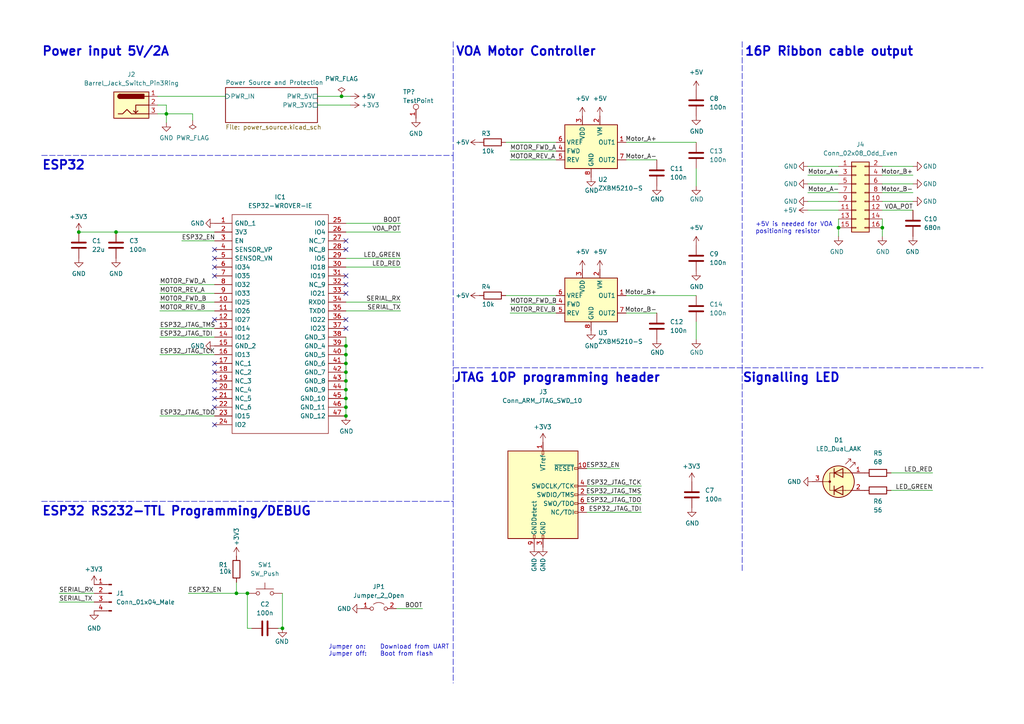
<source format=kicad_sch>
(kicad_sch (version 20211123) (generator eeschema)
  (paper "A4")
  (title_block (title "Voltage Controlled Amplifier (VOA) controller board") (date "2022-10-04") (rev "2.0") (company "Degined by Márk Mihalik"))
  (lib_symbols
    (symbol "Connector:Barrel_Jack_Switch_Pin3Ring" (pin_names hide)
      (property "Reference" "J" (at 0 5.334 0))
      (property "Value" "Barrel_Jack_Switch_Pin3Ring" (at 0 -5.08 0))
      (symbol "Barrel_Jack_Switch_Pin3Ring_0_1"
        (rectangle (start -5.08 3.81) (end 5.08 -3.81) (stroke (width 0.254)) (fill (type background)))
        (arc (start -3.302 3.175) (mid -3.937 2.54) (end -3.302 1.905) (stroke (width 0.254)))
        (arc (start -3.302 3.175) (mid -3.937 2.54) (end -3.302 1.905) (stroke (width 0.254)) (fill (type outline)))
        (polyline (pts (xy 1.27 -2.286) (xy 1.905 -1.651)) (stroke (width 0.254)))
        (polyline (pts (xy 5.08 2.54) (xy 3.81 2.54)) (stroke (width 0.254)))
        (polyline (pts (xy 5.08 0) (xy 1.27 0) (xy 1.27 -2.286) (xy 0.635 -1.651)) (stroke (width 0.254)))
        (polyline (pts (xy -3.81 -2.54) (xy -2.54 -2.54) (xy -1.27 -1.27) (xy 0 -2.54) (xy 2.54 -2.54) (xy 5.08 -2.54)) (stroke (width 0.254)))
        (rectangle (start 3.683 3.175) (end -3.302 1.905) (stroke (width 0.254)) (fill (type outline)))
      )
      (symbol "Barrel_Jack_Switch_Pin3Ring_1_1"
        (pin passive line (at 7.62 2.54 180) (length 2.54) (name "~") (number "1"))
        (pin passive line (at 7.62 0 180) (length 2.54) (name "~") (number "2"))
        (pin passive line (at 7.62 -2.54 180) (length 2.54) (name "~") (number "3"))
      )
    )
    (symbol "Connector:Conn_01x04_Male" (pin_names (offset 1.016) hide)
      (property "Reference" "J" (at 0 5.08 0))
      (property "Value" "Conn_01x04_Male" (at 0 -7.62 0))
      (symbol "Conn_01x04_Male_1_1"
        (polyline (pts (xy 1.27 -5.08) (xy 0.8636 -5.08)) (stroke (width 0.1524)))
        (polyline (pts (xy 1.27 -2.54) (xy 0.8636 -2.54)) (stroke (width 0.1524)))
        (polyline (pts (xy 1.27 0) (xy 0.8636 0)) (stroke (width 0.1524)))
        (polyline (pts (xy 1.27 2.54) (xy 0.8636 2.54)) (stroke (width 0.1524)))
        (rectangle (start 0.8636 -4.953) (end 0 -5.207) (stroke (width 0.1524)) (fill (type outline)))
        (rectangle (start 0.8636 -2.413) (end 0 -2.667) (stroke (width 0.1524)) (fill (type outline)))
        (rectangle (start 0.8636 0.127) (end 0 -0.127) (stroke (width 0.1524)) (fill (type outline)))
        (rectangle (start 0.8636 2.667) (end 0 2.413) (stroke (width 0.1524)) (fill (type outline)))
        (pin passive line (at 5.08 2.54 180) (length 3.81) (name "Pin_1") (number "1"))
        (pin passive line (at 5.08 0 180) (length 3.81) (name "Pin_2") (number "2"))
        (pin passive line (at 5.08 -2.54 180) (length 3.81) (name "Pin_3") (number "3"))
        (pin passive line (at 5.08 -5.08 180) (length 3.81) (name "Pin_4") (number "4"))
      )
    )
    (symbol "Connector:Conn_ARM_JTAG_SWD_10" (pin_names (offset 1.016))
      (property "Reference" "J" (at -2.54 16.51 0))
      (property "Value" "Conn_ARM_JTAG_SWD_10" (at -2.54 13.97 0))
      (symbol "Conn_ARM_JTAG_SWD_10_0_1"
        (rectangle (start -10.16 12.7) (end 10.16 -12.7) (stroke (width 0.254)) (fill (type background)))
        (rectangle (start -2.794 -12.7) (end -2.286 -11.684))
        (rectangle (start -0.254 -12.7) (end 0.254 -11.684))
        (rectangle (start -0.254 12.7) (end 0.254 11.684))
        (rectangle (start 9.144 2.286) (end 10.16 2.794))
        (rectangle (start 10.16 -2.794) (end 9.144 -2.286))
        (rectangle (start 10.16 -0.254) (end 9.144 0.254))
        (rectangle (start 10.16 7.874) (end 9.144 7.366))
      )
      (symbol "Conn_ARM_JTAG_SWD_10_1_1"
        (rectangle (start 9.144 -5.334) (end 10.16 -4.826))
        (pin power_in line (at 0 15.24 270) (length 2.54) (name "VTref") (number "1"))
        (pin open_collector line (at 12.7 7.62 180) (length 2.54) (name "~{RESET}") (number "10"))
        (pin bidirectional line (at 12.7 0 180) (length 2.54) (name "SWDIO/TMS") (number "2"))
        (pin power_in line (at 0 -15.24 90) (length 2.54) (name "GND") (number "3"))
        (pin output line (at 12.7 2.54 180) (length 2.54) (name "SWDCLK/TCK") (number "4"))
        (pin passive line (at 0 -15.24 90) (length 2.54) hide (name "GND") (number "5"))
        (pin input line (at 12.7 -2.54 180) (length 2.54) (name "SWO/TDO") (number "6"))
        (pin no_connect line (at -10.16 0 0) (length 2.54) hide (name "KEY") (number "7"))
        (pin output line (at 12.7 -5.08 180) (length 2.54) (name "NC/TDI") (number "8"))
        (pin passive line (at -2.54 -15.24 90) (length 2.54) (name "GNDDetect") (number "9"))
      )
    )
    (symbol "Connector:TestPoint" (pin_names (offset 0.762) hide)
      (property "Reference" "TP" (at 0 6.858 0))
      (property "Value" "TestPoint" (at 0 5.08 0))
      (symbol "TestPoint_0_1"
        (circle (center 0 3.302) (radius 0.762))
      )
      (symbol "TestPoint_1_1"
        (pin passive line (at 0 0 90) (length 2.54) (name "1") (number "1"))
      )
    )
    (symbol "Connector_Generic:Conn_02x08_Odd_Even" (pin_names (offset 1.016) hide)
      (property "Reference" "J" (at 1.27 10.16 0))
      (property "Value" "Conn_02x08_Odd_Even" (at 1.27 -12.7 0))
      (symbol "Conn_02x08_Odd_Even_1_1"
        (rectangle (start -1.27 -10.033) (end 0 -10.287) (stroke (width 0.1524)))
        (rectangle (start -1.27 -7.493) (end 0 -7.747) (stroke (width 0.1524)))
        (rectangle (start -1.27 -4.953) (end 0 -5.207) (stroke (width 0.1524)))
        (rectangle (start -1.27 -2.413) (end 0 -2.667) (stroke (width 0.1524)))
        (rectangle (start -1.27 0.127) (end 0 -0.127) (stroke (width 0.1524)))
        (rectangle (start -1.27 2.667) (end 0 2.413) (stroke (width 0.1524)))
        (rectangle (start -1.27 5.207) (end 0 4.953) (stroke (width 0.1524)))
        (rectangle (start -1.27 7.747) (end 0 7.493) (stroke (width 0.1524)))
        (rectangle (start -1.27 8.89) (end 3.81 -11.43) (stroke (width 0.254)) (fill (type background)))
        (rectangle (start 3.81 -10.033) (end 2.54 -10.287) (stroke (width 0.1524)))
        (rectangle (start 3.81 -7.493) (end 2.54 -7.747) (stroke (width 0.1524)))
        (rectangle (start 3.81 -4.953) (end 2.54 -5.207) (stroke (width 0.1524)))
        (rectangle (start 3.81 -2.413) (end 2.54 -2.667) (stroke (width 0.1524)))
        (rectangle (start 3.81 0.127) (end 2.54 -0.127) (stroke (width 0.1524)))
        (rectangle (start 3.81 2.667) (end 2.54 2.413) (stroke (width 0.1524)))
        (rectangle (start 3.81 5.207) (end 2.54 4.953) (stroke (width 0.1524)))
        (rectangle (start 3.81 7.747) (end 2.54 7.493) (stroke (width 0.1524)))
        (pin passive line (at -5.08 7.62 0) (length 3.81) (name "Pin_1") (number "1"))
        (pin passive line (at 7.62 -2.54 180) (length 3.81) (name "Pin_10") (number "10"))
        (pin passive line (at -5.08 -5.08 0) (length 3.81) (name "Pin_11") (number "11"))
        (pin passive line (at 7.62 -5.08 180) (length 3.81) (name "Pin_12") (number "12"))
        (pin passive line (at -5.08 -7.62 0) (length 3.81) (name "Pin_13") (number "13"))
        (pin passive line (at 7.62 -7.62 180) (length 3.81) (name "Pin_14") (number "14"))
        (pin passive line (at -5.08 -10.16 0) (length 3.81) (name "Pin_15") (number "15"))
        (pin passive line (at 7.62 -10.16 180) (length 3.81) (name "Pin_16") (number "16"))
        (pin passive line (at 7.62 7.62 180) (length 3.81) (name "Pin_2") (number "2"))
        (pin passive line (at -5.08 5.08 0) (length 3.81) (name "Pin_3") (number "3"))
        (pin passive line (at 7.62 5.08 180) (length 3.81) (name "Pin_4") (number "4"))
        (pin passive line (at -5.08 2.54 0) (length 3.81) (name "Pin_5") (number "5"))
        (pin passive line (at 7.62 2.54 180) (length 3.81) (name "Pin_6") (number "6"))
        (pin passive line (at -5.08 0 0) (length 3.81) (name "Pin_7") (number "7"))
        (pin passive line (at 7.62 0 180) (length 3.81) (name "Pin_8") (number "8"))
        (pin passive line (at -5.08 -2.54 0) (length 3.81) (name "Pin_9") (number "9"))
      )
    )
    (symbol "Device:C" (pin_numbers hide) (pin_names (offset 0.254))
      (property "Reference" "C" (at 0.635 2.54 0))
      (property "Value" "C" (at 0.635 -2.54 0))
      (symbol "C_0_1"
        (polyline (pts (xy -2.032 -0.762) (xy 2.032 -0.762)) (stroke (width 0.508)))
        (polyline (pts (xy -2.032 0.762) (xy 2.032 0.762)) (stroke (width 0.508)))
      )
      (symbol "C_1_1"
        (pin passive line (at 0 3.81 270) (length 2.794) (name "~") (number "1"))
        (pin passive line (at 0 -3.81 90) (length 2.794) (name "~") (number "2"))
      )
    )
    (symbol "Device:LED_Dual_AAK" (pin_names (offset 0) hide)
      (property "Reference" "D" (at 0 5.715 0))
      (property "Value" "LED_Dual_AAK" (at 0 -6.35 0))
      (symbol "LED_Dual_AAK_0_1"
        (circle (center -2.54 0) (radius 0.2794) (fill (type outline)))
        (polyline (pts (xy -4.572 0) (xy -2.54 0)))
        (polyline (pts (xy -1.27 -1.27) (xy -1.27 -3.81)) (stroke (width 0.254)))
        (polyline (pts (xy -1.27 1.27) (xy -1.27 3.81)) (stroke (width 0.254)))
        (polyline (pts (xy 3.81 -2.54) (xy 1.905 -2.54)))
        (polyline (pts (xy 3.81 2.54) (xy 1.905 2.54)))
        (polyline (pts (xy 1.27 -3.81) (xy 1.27 -1.27) (xy -1.27 -2.54) (xy 1.27 -3.81)) (stroke (width 0.254)))
        (polyline (pts (xy 1.27 1.27) (xy 1.27 3.81) (xy -1.27 2.54) (xy 1.27 1.27)) (stroke (width 0.254)))
        (polyline (pts (xy 2.032 2.54) (xy -2.54 2.54) (xy -2.54 -2.54) (xy 2.032 -2.54)))
        (polyline (pts (xy 2.032 5.08) (xy 3.556 6.604) (xy 2.794 6.604) (xy 3.556 6.604) (xy 3.556 5.842)))
        (polyline (pts (xy 3.302 4.064) (xy 4.826 5.588) (xy 4.064 5.588) (xy 4.826 5.588) (xy 4.826 4.826)))
        (circle (center 0 0) (radius 4.572) (stroke (width 0.254)) (fill (type background)))
      )
      (symbol "LED_Dual_AAK_1_1"
        (pin input line (at 7.62 2.54 180) (length 3.81) (name "A1") (number "1"))
        (pin input line (at 7.62 -2.54 180) (length 3.81) (name "A2") (number "2"))
        (pin input line (at -7.62 0 0) (length 3.048) (name "K") (number "3"))
      )
    )
    (symbol "Device:R" (pin_numbers hide) (pin_names (offset 0))
      (property "Reference" "R" (at 2.032 0 90))
      (property "Value" "R" (at 0 0 90))
      (symbol "R_0_1"
        (rectangle (start -1.016 -2.54) (end 1.016 2.54) (stroke (width 0.254)))
      )
      (symbol "R_1_1"
        (pin passive line (at 0 3.81 270) (length 1.27) (name "~") (number "1"))
        (pin passive line (at 0 -3.81 90) (length 1.27) (name "~") (number "2"))
      )
    )
    (symbol "Driver_Motor:ZXBM5210-S"
      (property "Reference" "U" (at -7.62 8.89 0))
      (property "Value" "ZXBM5210-S" (at 10.16 8.89 0))
      (symbol "ZXBM5210-S_0_0"
        (pin output line (at 10.16 2.54 180) (length 2.54) (name "OUT1") (number "1"))
        (pin power_in line (at 2.54 10.16 270) (length 2.54) (name "VM") (number "2"))
        (pin power_in line (at -2.54 10.16 270) (length 2.54) (name "VDD") (number "3"))
        (pin input line (at -10.16 0 0) (length 2.54) (name "FWD") (number "4"))
        (pin input line (at -10.16 -2.54 0) (length 2.54) (name "REV") (number "5"))
        (pin input line (at -10.16 2.54 0) (length 2.54) (name "VREF") (number "6"))
        (pin output line (at 10.16 -2.54 180) (length 2.54) (name "OUT2") (number "7"))
        (pin power_in line (at 0 -7.62 90) (length 2.54) (name "GND") (number "8"))
      )
      (symbol "ZXBM5210-S_0_1"
        (rectangle (start -7.62 7.62) (end 7.62 -5.08) (stroke (width 0.254)) (fill (type background)))
      )
    )
    (symbol "ESP32-WROVER-IE:ESP32-WROVER-IE" (pin_names (offset 0.762))
      (property "Reference" "IC" (at 34.29 7.62 0))
      (property "Value" "ESP32-WROVER-IE" (at 34.29 5.08 0))
      (symbol "ESP32-WROVER-IE_0_0"
        (pin passive line (at 0 0 0) (length 5.08) (name "GND_1") (number "1"))
        (pin passive line (at 0 -22.86 0) (length 5.08) (name "IO25") (number "10"))
        (pin passive line (at 0 -25.4 0) (length 5.08) (name "IO26") (number "11"))
        (pin passive line (at 0 -27.94 0) (length 5.08) (name "IO27") (number "12"))
        (pin passive line (at 0 -30.48 0) (length 5.08) (name "IO14") (number "13"))
        (pin passive line (at 0 -33.02 0) (length 5.08) (name "IO12") (number "14"))
        (pin passive line (at 0 -35.56 0) (length 5.08) (name "GND_2") (number "15"))
        (pin passive line (at 0 -38.1 0) (length 5.08) (name "IO13") (number "16"))
        (pin passive line (at 0 -40.64 0) (length 5.08) (name "NC_1") (number "17"))
        (pin passive line (at 0 -43.18 0) (length 5.08) (name "NC_2") (number "18"))
        (pin passive line (at 0 -45.72 0) (length 5.08) (name "NC_3") (number "19"))
        (pin passive line (at 0 -2.54 0) (length 5.08) (name "3V3") (number "2"))
        (pin passive line (at 0 -48.26 0) (length 5.08) (name "NC_4") (number "20"))
        (pin passive line (at 0 -50.8 0) (length 5.08) (name "NC_5") (number "21"))
        (pin passive line (at 0 -53.34 0) (length 5.08) (name "NC_6") (number "22"))
        (pin passive line (at 0 -55.88 0) (length 5.08) (name "IO15") (number "23"))
        (pin passive line (at 0 -58.42 0) (length 5.08) (name "IO2") (number "24"))
        (pin passive line (at 38.1 0 180) (length 5.08) (name "IO0") (number "25"))
        (pin passive line (at 38.1 -2.54 180) (length 5.08) (name "IO4") (number "26"))
        (pin passive line (at 38.1 -5.08 180) (length 5.08) (name "NC_7") (number "27"))
        (pin passive line (at 38.1 -7.62 180) (length 5.08) (name "NC_8") (number "28"))
        (pin passive line (at 38.1 -10.16 180) (length 5.08) (name "IO5") (number "29"))
        (pin passive line (at 0 -5.08 0) (length 5.08) (name "EN") (number "3"))
        (pin passive line (at 38.1 -12.7 180) (length 5.08) (name "IO18") (number "30"))
        (pin passive line (at 38.1 -15.24 180) (length 5.08) (name "IO19") (number "31"))
        (pin passive line (at 38.1 -17.78 180) (length 5.08) (name "NC_9") (number "32"))
        (pin passive line (at 38.1 -20.32 180) (length 5.08) (name "IO21") (number "33"))
        (pin passive line (at 38.1 -22.86 180) (length 5.08) (name "RXD0") (number "34"))
        (pin passive line (at 38.1 -25.4 180) (length 5.08) (name "TXD0") (number "35"))
        (pin passive line (at 38.1 -27.94 180) (length 5.08) (name "IO22") (number "36"))
        (pin passive line (at 38.1 -30.48 180) (length 5.08) (name "IO23") (number "37"))
        (pin passive line (at 38.1 -33.02 180) (length 5.08) (name "GND_3") (number "38"))
        (pin passive line (at 38.1 -35.56 180) (length 5.08) (name "GND_4") (number "39"))
        (pin passive line (at 0 -7.62 0) (length 5.08) (name "SENSOR_VP") (number "4"))
        (pin passive line (at 38.1 -38.1 180) (length 5.08) (name "GND_5") (number "40"))
        (pin passive line (at 38.1 -40.64 180) (length 5.08) (name "GND_6") (number "41"))
        (pin passive line (at 38.1 -43.18 180) (length 5.08) (name "GND_7") (number "42"))
        (pin passive line (at 38.1 -45.72 180) (length 5.08) (name "GND_8") (number "43"))
        (pin passive line (at 38.1 -48.26 180) (length 5.08) (name "GND_9") (number "44"))
        (pin passive line (at 38.1 -50.8 180) (length 5.08) (name "GND_10") (number "45"))
        (pin passive line (at 38.1 -53.34 180) (length 5.08) (name "GND_11") (number "46"))
        (pin passive line (at 38.1 -55.88 180) (length 5.08) (name "GND_12") (number "47"))
        (pin passive line (at 0 -10.16 0) (length 5.08) (name "SENSOR_VN") (number "5"))
        (pin passive line (at 0 -12.7 0) (length 5.08) (name "IO34") (number "6"))
        (pin passive line (at 0 -15.24 0) (length 5.08) (name "IO35") (number "7"))
        (pin passive line (at 0 -17.78 0) (length 5.08) (name "IO32") (number "8"))
        (pin passive line (at 0 -20.32 0) (length 5.08) (name "IO33") (number "9"))
      )
      (symbol "ESP32-WROVER-IE_0_1"
        (polyline (pts (xy 5.08 2.54) (xy 33.02 2.54) (xy 33.02 -60.96) (xy 5.08 -60.96) (xy 5.08 2.54)) (stroke (width 0.1524)))
      )
    )
    (symbol "Jumper:Jumper_2_Open" (pin_names (offset 0) hide)
      (property "Reference" "JP" (at 0 2.794 0))
      (property "Value" "Jumper_2_Open" (at 0 -2.286 0))
      (symbol "Jumper_2_Open_0_0"
        (circle (center -2.032 0) (radius 0.508))
        (circle (center 2.032 0) (radius 0.508))
      )
      (symbol "Jumper_2_Open_0_1"
        (arc (start 1.524 1.27) (mid 0 1.778) (end -1.524 1.27))
      )
      (symbol "Jumper_2_Open_1_1"
        (pin passive line (at -5.08 0 0) (length 2.54) (name "A") (number "1"))
        (pin passive line (at 5.08 0 180) (length 2.54) (name "B") (number "2"))
      )
    )
    (symbol "Switch:SW_Push" (pin_numbers hide) (pin_names (offset 1.016) hide)
      (property "Reference" "SW" (at 1.27 2.54 0))
      (property "Value" "SW_Push" (at 0 -1.524 0))
      (symbol "SW_Push_0_1"
        (circle (center -2.032 0) (radius 0.508))
        (polyline (pts (xy 0 1.27) (xy 0 3.048)))
        (polyline (pts (xy 2.54 1.27) (xy -2.54 1.27)))
        (circle (center 2.032 0) (radius 0.508))
        (pin passive line (at -5.08 0 0) (length 2.54) (name "1") (number "1"))
        (pin passive line (at 5.08 0 180) (length 2.54) (name "2") (number "2"))
      )
    )
    (symbol "power:+3V3" (power) (pin_names (offset 0))
      (property "Value" "+3V3" (at 0 3.556 0))
      (symbol "+3V3_0_1"
        (polyline (pts (xy -0.762 1.27) (xy 0 2.54)))
        (polyline (pts (xy 0 0) (xy 0 2.54)))
        (polyline (pts (xy 0 2.54) (xy 0.762 1.27)))
      )
      (symbol "+3V3_1_1"
        (pin power_in line (at 0 0 90) (length 0) hide (name "+3V3") (number "1"))
      )
    )
    (symbol "power:+5V" (power) (pin_names (offset 0))
      (property "Value" "+5V" (at 0 3.556 0))
      (symbol "+5V_0_1"
        (polyline (pts (xy -0.762 1.27) (xy 0 2.54)))
        (polyline (pts (xy 0 0) (xy 0 2.54)))
        (polyline (pts (xy 0 2.54) (xy 0.762 1.27)))
      )
      (symbol "+5V_1_1"
        (pin power_in line (at 0 0 90) (length 0) hide (name "+5V") (number "1"))
      )
    )
    (symbol "power:GND" (power) (pin_names (offset 0))
      (property "Value" "GND" (at 0 -3.81 0))
      (symbol "GND_0_1"
        (polyline (pts (xy 0 0) (xy 0 -1.27) (xy 1.27 -1.27) (xy 0 -2.54) (xy -1.27 -1.27) (xy 0 -1.27)))
      )
      (symbol "GND_1_1"
        (pin power_in line (at 0 0 270) (length 0) hide (name "GND") (number "1"))
      )
    )
    (symbol "power:PWR_FLAG" (power) (pin_numbers hide) (pin_names (offset 0) hide)
      (property "Value" "PWR_FLAG" (at 0 3.81 0))
      (symbol "PWR_FLAG_0_0"
        (pin power_out line (at 0 0 90) (length 0) (name "pwr") (number "1"))
      )
      (symbol "PWR_FLAG_0_1"
        (polyline (pts (xy 0 0) (xy 0 1.27) (xy -1.016 1.905) (xy 0 2.54) (xy 1.016 1.905) (xy 0 1.27)))
      )
    )
  )
  (junction (at 100.33 120.65))
  (junction (at 243.205 66.04))
  (junction (at 100.33 110.49))
  (junction (at 255.905 66.04))
  (junction (at 81.915 182.245))
  (junction (at 100.33 113.03))
  (junction (at 33.655 67.31))
  (junction (at 22.86 67.31))
  (junction (at 68.58 172.085))
  (junction (at 100.33 118.11))
  (junction (at 100.33 105.41))
  (junction (at 99.06 27.94))
  (junction (at 48.26 33.02))
  (junction (at 100.33 100.33))
  (junction (at 100.33 107.95))
  (junction (at 100.33 115.57))
  (junction (at 100.33 102.87))
  (junction (at 71.755 172.085))
  (no_connect (at 62.23 118.11))
  (no_connect (at 100.33 80.01))
  (no_connect (at 62.23 113.03))
  (no_connect (at 100.33 85.09))
  (no_connect (at 100.33 72.39))
  (no_connect (at 62.23 110.49))
  (no_connect (at 62.23 105.41))
  (no_connect (at 62.23 80.01))
  (no_connect (at 62.23 77.47))
  (no_connect (at 100.33 82.55))
  (no_connect (at 62.23 107.95))
  (no_connect (at 62.23 123.19))
  (no_connect (at 62.23 92.71))
  (no_connect (at 100.33 95.25))
  (no_connect (at 62.23 74.93))
  (no_connect (at 100.33 69.85))
  (no_connect (at 62.23 72.39))
  (no_connect (at 100.33 92.71))
  (no_connect (at 62.23 115.57))
  (wire (pts (xy 80.645 182.245) (xy 81.915 182.245)))
  (wire (pts (xy 46.355 90.17) (xy 62.23 90.17)))
  (wire (pts (xy 170.18 135.89) (xy 179.705 135.89)))
  (wire (pts (xy 116.205 77.47) (xy 100.33 77.47)))
  (wire (pts (xy 100.33 87.63) (xy 116.205 87.63)))
  (wire (pts (xy 186.055 146.05) (xy 170.18 146.05)))
  (wire (pts (xy 81.915 182.245) (xy 81.915 172.085)))
  (wire (pts (xy 258.445 137.16) (xy 270.51 137.16)))
  (wire (pts (xy 243.205 68.58) (xy 243.205 66.04)))
  (wire (pts (xy 17.145 174.625) (xy 27.305 174.625)))
  (wire (pts (xy 48.26 33.02) (xy 48.26 30.48)))
  (wire (pts (xy 255.905 68.58) (xy 255.905 66.04)))
  (polyline (pts (xy 131.445 45.085) (xy 131.445 145.415)))
  (wire (pts (xy 100.33 118.11) (xy 100.33 120.65)))
  (wire (pts (xy 243.205 60.96) (xy 234.315 60.96)))
  (wire (pts (xy 45.72 33.02) (xy 48.26 33.02)))
  (wire (pts (xy 146.685 85.725) (xy 161.29 85.725)))
  (wire (pts (xy 68.58 172.085) (xy 71.755 172.085)))
  (wire (pts (xy 68.58 168.91) (xy 68.58 172.085)))
  (polyline (pts (xy 131.445 106.68) (xy 285.115 106.68)))
  (wire (pts (xy 147.955 43.815) (xy 161.29 43.815)))
  (wire (pts (xy 17.145 172.085) (xy 27.305 172.085)))
  (wire (pts (xy 264.795 53.34) (xy 255.905 53.34)))
  (wire (pts (xy 243.205 63.5) (xy 243.205 66.04)))
  (wire (pts (xy 92.075 30.48) (xy 101.6 30.48)))
  (wire (pts (xy 161.29 90.805) (xy 147.955 90.805)))
  (wire (pts (xy 46.355 95.25) (xy 62.23 95.25)))
  (wire (pts (xy 71.755 182.245) (xy 71.755 172.085)))
  (wire (pts (xy 52.705 69.85) (xy 62.23 69.85)))
  (wire (pts (xy 100.33 113.03) (xy 100.33 115.57)))
  (wire (pts (xy 100.33 115.57) (xy 100.33 118.11)))
  (wire (pts (xy 234.315 48.26) (xy 243.205 48.26)))
  (wire (pts (xy 48.26 35.56) (xy 48.26 33.02)))
  (wire (pts (xy 100.33 97.79) (xy 100.33 100.33)))
  (wire (pts (xy 255.905 50.8) (xy 264.795 50.8)))
  (wire (pts (xy 181.61 46.355) (xy 190.5 46.355)))
  (wire (pts (xy 147.955 46.355) (xy 161.29 46.355)))
  (wire (pts (xy 186.055 148.59) (xy 170.18 148.59)))
  (wire (pts (xy 255.905 55.88) (xy 264.795 55.88)))
  (wire (pts (xy 100.33 64.77) (xy 116.205 64.77)))
  (wire (pts (xy 46.355 102.87) (xy 62.23 102.87)))
  (wire (pts (xy 186.055 140.97) (xy 170.18 140.97)))
  (wire (pts (xy 92.075 27.94) (xy 99.06 27.94)))
  (wire (pts (xy 234.315 53.34) (xy 243.205 53.34)))
  (wire (pts (xy 46.355 97.79) (xy 62.23 97.79)))
  (wire (pts (xy 54.61 172.085) (xy 68.58 172.085)))
  (polyline (pts (xy 131.445 12.065) (xy 131.445 45.085)))
  (wire (pts (xy 73.025 182.245) (xy 71.755 182.245)))
  (wire (pts (xy 101.6 27.94) (xy 99.06 27.94)))
  (polyline (pts (xy 12.065 145.415) (xy 131.445 145.415)))
  (polyline (pts (xy 131.445 145.415) (xy 131.445 198.12)))
  (wire (pts (xy 100.33 90.17) (xy 116.205 90.17)))
  (wire (pts (xy 114.935 176.53) (xy 122.555 176.53)))
  (wire (pts (xy 100.33 67.31) (xy 116.205 67.31)))
  (wire (pts (xy 243.205 55.88) (xy 234.315 55.88)))
  (wire (pts (xy 45.72 27.94) (xy 65.405 27.94)))
  (wire (pts (xy 46.355 82.55) (xy 62.23 82.55)))
  (wire (pts (xy 181.61 90.805) (xy 190.5 90.805)))
  (wire (pts (xy 201.93 93.345) (xy 201.93 98.425)))
  (wire (pts (xy 243.205 50.8) (xy 234.315 50.8)))
  (wire (pts (xy 100.33 110.49) (xy 100.33 113.03)))
  (wire (pts (xy 264.795 48.26) (xy 255.905 48.26)))
  (wire (pts (xy 258.445 142.24) (xy 270.51 142.24)))
  (wire (pts (xy 48.26 33.02) (xy 55.88 33.02)))
  (wire (pts (xy 264.795 58.42) (xy 255.905 58.42)))
  (wire (pts (xy 46.355 85.09) (xy 62.23 85.09)))
  (wire (pts (xy 46.355 120.65) (xy 62.23 120.65)))
  (wire (pts (xy 33.655 67.31) (xy 62.23 67.31)))
  (wire (pts (xy 181.61 41.275) (xy 201.93 41.275)))
  (wire (pts (xy 161.29 88.265) (xy 147.955 88.265)))
  (wire (pts (xy 100.33 105.41) (xy 100.33 107.95)))
  (wire (pts (xy 186.055 143.51) (xy 170.18 143.51)))
  (wire (pts (xy 100.33 102.87) (xy 100.33 105.41)))
  (wire (pts (xy 45.72 30.48) (xy 48.26 30.48)))
  (polyline (pts (xy 215.265 106.68) (xy 215.265 165.735)))
  (wire (pts (xy 100.33 74.93) (xy 116.205 74.93)))
  (wire (pts (xy 100.33 107.95) (xy 100.33 110.49)))
  (wire (pts (xy 255.905 63.5) (xy 255.905 66.04)))
  (polyline (pts (xy 215.265 12.065) (xy 215.265 106.68)))
  (polyline (pts (xy 12.065 45.085) (xy 131.445 45.085)))
  (wire (pts (xy 62.23 87.63) (xy 46.355 87.63)))
  (wire (pts (xy 264.795 60.96) (xy 255.905 60.96)))
  (wire (pts (xy 55.88 33.02) (xy 55.88 34.925)))
  (wire (pts (xy 22.86 67.31) (xy 33.655 67.31)))
  (wire (pts (xy 146.685 41.275) (xy 161.29 41.275)))
  (wire (pts (xy 234.315 58.42) (xy 243.205 58.42)))
  (wire (pts (xy 100.33 100.33) (xy 100.33 102.87)))
  (wire (pts (xy 201.93 48.895) (xy 201.93 53.975)))
  (wire (pts (xy 181.61 85.725) (xy 201.93 85.725)))
  (text "JTAG 10P programming header" (at 131.445 111.125 0) (effects (font (size 2.54 2.54) (thickness 0.508) bold) (justify left bottom)))
  (text "ESP32\n" (at 12.065 49.53 0) (effects (font (size 2.54 2.54) (thickness 0.508) bold) (justify left bottom)))
  (text "16P Ribbon cable output" (at 215.9 16.51 0) (effects (font (size 2.54 2.54) (thickness 0.508) bold) (justify left bottom)))
  (text "VOA Motor Controller" (at 132.08 16.51 0) (effects (font (size 2.54 2.54) (thickness 0.508) bold) (justify left bottom)))
  (text "ESP32 RS232-TTL Programming/DEBUG" (at 12.065 149.86 0) (effects (font (size 2.54 2.54) (thickness 0.508) bold) (justify left bottom)))
  (text "Signalling LED" (at 215.265 111.125 0) (effects (font (size 2.54 2.54) (thickness 0.508) bold) (justify left bottom)))
  (text "Jumper on:	Download from UART\nJumper off:	Boot from flash" (at 95.25 190.5 0) (effects (font (size 1.27 1.27)) (justify left bottom)))
  (text "Power input 5V/2A" (at 12.065 16.51 0) (effects (font (size 2.54 2.54) (thickness 0.508) bold) (justify left bottom)))
  (text "+5V is needed for VOA\npositioning resistor" (at 219.075 67.945 0) (effects (font (size 1.27 1.27)) (justify left bottom)))
  (label "LED_GREEN" (at 270.51 142.24 180))
  (label "MOTOR_REV_B" (at 46.355 90.17 0))
  (label "ESP32_JTAG_TMS" (at 46.355 95.25 0))
  (label "ESP32_EN" (at 54.61 172.085 0))
  (label "BOOT" (at 116.205 64.77 180))
  (label "LED_RED" (at 116.205 77.47 180))
  (label "SERIAL_TX" (at 116.205 90.17 180))
  (label "SERIAL_RX" (at 116.205 87.63 180))
  (label "Motor_A+" (at 234.315 50.8 0))
  (label "ESP32_EN" (at 179.705 135.89 180))
  (label "MOTOR_REV_A" (at 46.355 85.09 0))
  (label "LED_RED" (at 270.51 137.16 180))
  (label "Motor_B+" (at 190.5 85.725 180))
  (label "ESP32_JTAG_TDO" (at 46.355 120.65 0))
  (label "ESP32_JTAG_TDI" (at 46.355 97.79 0))
  (label "Motor_A-" (at 190.5 46.355 180))
  (label "ESP32_JTAG_TMS" (at 186.055 143.51 180))
  (label "Motor_A+" (at 190.5 41.275 180))
  (label "Motor_B+" (at 264.795 50.8 180))
  (label "Motor_B-" (at 190.5 90.805 180))
  (label "MOTOR_FWD_A" (at 46.355 82.55 0))
  (label "ESP32_JTAG_TDI" (at 186.055 148.59 180))
  (label "ESP32_JTAG_TDO" (at 186.055 146.05 180))
  (label "Motor_A-" (at 234.315 55.88 0))
  (label "VOA_POT" (at 116.205 67.31 180))
  (label "MOTOR_REV_A" (at 147.955 46.355 0))
  (label "BOOT" (at 122.555 176.53 180))
  (label "MOTOR_FWD_B" (at 46.355 87.63 0))
  (label "SERIAL_TX" (at 17.145 174.625 0))
  (label "ESP32_JTAG_TCK" (at 186.055 140.97 180))
  (label "MOTOR_REV_B" (at 147.955 90.805 0))
  (label "Motor_B-" (at 264.795 55.88 180))
  (label "MOTOR_FWD_B" (at 147.955 88.265 0))
  (label "SERIAL_RX" (at 17.145 172.085 0))
  (label "MOTOR_FWD_A" (at 147.955 43.815 0))
  (label "VOA_POT" (at 264.795 60.96 180))
  (label "ESP32_JTAG_TCK" (at 46.355 102.87 0))
  (label "ESP32_EN" (at 52.705 69.85 0))
  (label "LED_GREEN" (at 116.205 74.93 180))
  (symbol (lib_id "power:+5V") (at 201.93 71.12 0) (unit 1)
    (property "Reference" "#PWR032" (effects hide))
    (property "Value" "+5V" (at 201.93 66.04 0))
  )
  (symbol (lib_id "power:GND") (at 157.48 158.75 0) (unit 1)
    (property "Reference" "#PWR021" (effects hide))
    (property "Value" "GND" (at 157.48 163.83 90))
  )
  (symbol (lib_id "power:GND") (at 120.65 34.29 0) (unit 1)
    (property "Reference" "#PWR?" (effects hide))
    (property "Value" "GND" (at 120.65 38.735 0))
  )
  (symbol (lib_id "Device:C") (at 76.835 182.245 270) (mirror x) (unit 1)
    (property "Reference" "C2" (at 76.835 175.26 90))
    (property "Value" "100n" (at 76.835 177.8 90))
    (property "Footprint" "Capacitor_SMD:C_0805_2012Metric_Pad1.18x1.45mm_HandSolder" (effects hide))
    (property "Lomex" "82-13-46" (effects hide))
  )
  (symbol (lib_id "Device:C") (at 190.5 94.615 0) (unit 1)
    (property "Reference" "C12" (at 194.31 93.3449 0) (effects (justify left)))
    (property "Value" "100n" (at 194.31 95.8849 0) (effects (justify left)))
    (property "Footprint" "Capacitor_SMD:C_0805_2012Metric_Pad1.18x1.45mm_HandSolder" (effects hide))
    (property "Lomex" "82-13-46" (effects hide))
  )
  (symbol (lib_id "power:GND") (at 200.66 147.32 0) (unit 1)
    (property "Reference" "#PWR029" (effects hide))
    (property "Value" "GND" (at 198.755 151.765 0) (effects (justify left)))
  )
  (symbol (lib_id "power:GND") (at 234.315 48.26 270) (unit 1)
    (property "Reference" "#PWR035" (effects hide))
    (property "Value" "GND" (at 227.33 48.26 90) (effects (justify left)))
  )
  (symbol (lib_id "power:GND") (at 201.93 98.425 0) (unit 1)
    (property "Reference" "#PWR048" (effects hide))
    (property "Value" "GND" (at 200.025 102.235 0) (effects (justify left)))
  )
  (symbol (lib_id "power:GND") (at 201.93 53.975 0) (unit 1)
    (property "Reference" "#PWR047" (effects hide))
    (property "Value" "GND" (at 200.025 57.785 0) (effects (justify left)))
  )
  (symbol (lib_id "power:GND") (at 201.93 78.74 0) (unit 1)
    (property "Reference" "#PWR033" (effects hide))
    (property "Value" "GND" (at 200.025 83.185 0) (effects (justify left)))
  )
  (symbol (lib_id "power:GND") (at 264.795 48.26 90) (unit 1)
    (property "Reference" "#PWR041" (effects hide))
    (property "Value" "GND" (at 271.78 48.26 90) (effects (justify left)))
  )
  (symbol (lib_id "power:GND") (at 62.23 64.77 270) (unit 1)
    (property "Reference" "#PWR09" (effects hide))
    (property "Value" "GND" (at 55.245 64.77 90) (effects (justify left)))
  )
  (symbol (lib_id "Driver_Motor:ZXBM5210-S") (at 171.45 88.265 0) (unit 1)
    (property "Reference" "U3" (at 173.4694 96.52 0) (effects (justify left)))
    (property "Value" "ZXBM5210-S" (at 173.4694 99.06 0) (effects (justify left)))
    (property "Footprint" "Package_SO:SOIC-8_3.9x4.9mm_P1.27mm" (effects hide))
    (property "Datasheet" "https://www.diodes.com/assets/Datasheets/ZXBM5210.pdf" (effects hide))
    (property "Mouser" "621-ZXBM5210-S-13" (effects hide))
  )
  (symbol (lib_id "Device:C") (at 201.93 45.085 0) (unit 1)
    (property "Reference" "C13" (at 205.74 43.8149 0) (effects (justify left)))
    (property "Value" "100n" (at 205.74 46.3549 0) (effects (justify left)))
    (property "Footprint" "Capacitor_SMD:C_0805_2012Metric_Pad1.18x1.45mm_HandSolder" (effects hide))
    (property "Lomex" "82-13-46" (effects hide))
  )
  (symbol (lib_id "Device:R") (at 254.635 142.24 90) (unit 1)
    (property "Reference" "R6" (at 254.635 145.415 90))
    (property "Value" "56" (at 254.635 147.955 90))
    (property "Footprint" "Resistor_SMD:R_0805_2012Metric_Pad1.20x1.40mm_HandSolder" (effects hide))
    (property "Lomex" "80-10-71" (effects hide))
  )
  (symbol (lib_id "power:GND") (at 264.795 68.58 0) (mirror y) (unit 1)
    (property "Reference" "#PWR038" (effects hide))
    (property "Value" "GND" (at 266.7 73.025 0) (effects (justify left)))
  )
  (symbol (lib_id "Device:C") (at 201.93 29.845 0) (unit 1)
    (property "Reference" "C8" (at 205.74 28.5749 0) (effects (justify left)))
    (property "Value" "100n" (at 205.74 31.1149 0) (effects (justify left)))
    (property "Footprint" "Capacitor_SMD:C_0805_2012Metric_Pad1.18x1.45mm_HandSolder" (effects hide))
    (property "Lomex" "82-13-46" (effects hide))
  )
  (symbol (lib_id "power:+5V") (at 168.91 33.655 0) (unit 1)
    (property "Reference" "#PWR022" (effects hide))
    (property "Value" "+5V" (at 168.91 28.575 0))
  )
  (symbol (lib_id "power:GND") (at 171.45 95.885 0) (unit 1)
    (property "Reference" "#PWR025" (effects hide))
    (property "Value" "GND" (at 169.545 100.33 0) (effects (justify left)))
  )
  (symbol (lib_id "power:+3V3") (at 22.86 67.31 0) (unit 1)
    (property "Reference" "#PWR01" (effects hide))
    (property "Value" "+3V3" (at 25.4 62.865 0) (effects (justify right)))
  )
  (symbol (lib_id "power:+3V3") (at 101.6 30.48 270) (unit 1)
    (property "Reference" "#PWR0103" (effects hide))
    (property "Value" "+3V3" (at 104.775 30.4799 90) (effects (justify left)))
  )
  (symbol (lib_id "power:GND") (at 190.5 98.425 0) (unit 1)
    (property "Reference" "#PWR046" (effects hide))
    (property "Value" "GND" (at 188.595 102.235 0) (effects (justify left)))
  )
  (symbol (lib_id "power:GND") (at 154.94 158.75 0) (unit 1)
    (property "Reference" "#PWR019" (effects hide))
    (property "Value" "GND" (at 154.94 163.83 90))
  )
  (symbol (lib_id "power:GND") (at 27.305 177.165 0) (unit 1)
    (property "Reference" "#PWR06" (effects hide))
    (property "Value" "GND" (at 27.305 182.245 0))
  )
  (symbol (lib_id "Device:R") (at 254.635 137.16 90) (unit 1)
    (property "Reference" "R5" (at 254.635 131.445 90))
    (property "Value" "68" (at 254.635 133.985 90))
    (property "Footprint" "Resistor_SMD:R_0805_2012Metric_Pad1.20x1.40mm_HandSolder" (effects hide))
    (property "Lomex" "80-56-46" (effects hide))
  )
  (symbol (lib_id "power:GND") (at 62.23 100.33 270) (unit 1)
    (property "Reference" "#PWR010" (effects hide))
    (property "Value" "GND" (at 55.245 100.33 90) (effects (justify left)))
  )
  (symbol (lib_id "power:GND") (at 264.795 53.34 90) (unit 1)
    (property "Reference" "#PWR042" (effects hide))
    (property "Value" "GND" (at 271.78 53.34 90) (effects (justify left)))
  )
  (symbol (lib_id "Connector:Conn_ARM_JTAG_SWD_10") (at 157.48 143.51 0) (unit 1)
    (property "Reference" "J3" (at 158.75 113.665 0) (effects (justify right)))
    (property "Value" "Conn_ARM_JTAG_SWD_10" (at 168.91 116.205 0) (effects (justify right)))
    (property "Footprint" "Connector_PinHeader_1.27mm:PinHeader_2x05_P1.27mm_Vertical_SMD" (effects hide))
    (property "Datasheet" "http://infocenter.arm.com/help/topic/com.arm.doc.ddi0314h/DDI0314H_coresight_components_trm.pdf" (effects hide))
    (property "Lomex" "43-15-33" (effects hide))
  )
  (symbol (lib_id "power:+5V") (at 139.065 85.725 90) (unit 1)
    (property "Reference" "#PWR018" (effects hide))
    (property "Value" "+5V" (at 132.08 85.725 90) (effects (justify right)))
  )
  (symbol (lib_id "power:GND") (at 190.5 53.975 0) (unit 1)
    (property "Reference" "#PWR045" (effects hide))
    (property "Value" "GND" (at 188.595 57.785 0) (effects (justify left)))
  )
  (symbol (lib_id "ESP32-WROVER-IE:ESP32-WROVER-IE") (at 62.23 64.77 0) (unit 1)
    (property "Reference" "IC1" (at 81.28 57.15 0))
    (property "Value" "ESP32-WROVER-IE" (at 81.28 59.69 0))
    (property "Footprint" "ESP32-WROVER-IE:ESP32WROVERIE" (effects hide))
    (property "Datasheet" "https://www.espressif.com/sites/default/files/documentation/esp32-wrover-e_esp32-wrover-ie_datasheet_en.pdf" (effects hide))
    (property "Description" "Bluetooth, WiFi 802.11b/g/n, Bluetooth v4.2 +EDR Transceiver Module 2.4GHz ~{} 2.5GHz Antenna Not Included, I-PEX Surface Mount" (effects hide))
    (property "Height" "3.45" (effects hide))
    (property "Manufacturer_Name" "Espressif Systems" (effects hide))
    (property "Manufacturer_Part_Number" "ESP32-WROVER-IE" (effects hide))
    (property "Mouser" "356-ESP32WVIE23264UC" (effects hide))
  )
  (symbol (lib_id "power:+5V") (at 173.99 78.105 0) (unit 1)
    (property "Reference" "#PWR027" (effects hide))
    (property "Value" "+5V" (at 173.99 73.025 0))
  )
  (symbol (lib_id "power:GND") (at 81.915 182.245 0) (mirror y) (unit 1)
    (property "Reference" "#PWR0101" (effects hide))
    (property "Value" "GND" (at 83.82 186.055 0) (effects (justify left)))
  )
  (symbol (lib_id "power:+5V") (at 201.93 26.035 0) (unit 1)
    (property "Reference" "#PWR030" (effects hide))
    (property "Value" "+5V" (at 201.93 20.955 0))
  )
  (symbol (lib_id "Device:C") (at 201.93 74.93 0) (unit 1)
    (property "Reference" "C9" (at 205.74 73.6599 0) (effects (justify left)))
    (property "Value" "100n" (at 205.74 76.1999 0) (effects (justify left)))
    (property "Footprint" "Capacitor_SMD:C_0805_2012Metric_Pad1.18x1.45mm_HandSolder" (effects hide))
    (property "Lomex" "82-13-46" (effects hide))
  )
  (symbol (lib_id "Device:C") (at 33.655 71.12 0) (unit 1)
    (property "Reference" "C3" (at 37.465 69.8499 0) (effects (justify left)))
    (property "Value" "100n" (at 37.465 72.3899 0) (effects (justify left)))
    (property "Footprint" "Capacitor_SMD:C_0805_2012Metric_Pad1.18x1.45mm_HandSolder" (effects hide))
    (property "Lomex" "82-13-46" (effects hide))
  )
  (symbol (lib_id "Device:C") (at 200.66 143.51 0) (unit 1)
    (property "Reference" "C7" (at 204.47 142.2399 0) (effects (justify left)))
    (property "Value" "100n" (at 204.47 144.7799 0) (effects (justify left)))
    (property "Footprint" "Capacitor_SMD:C_0805_2012Metric_Pad1.18x1.45mm_HandSolder" (effects hide))
    (property "Lomex" "82-13-46" (effects hide))
  )
  (symbol (lib_id "Device:R") (at 142.875 41.275 90) (unit 1)
    (property "Reference" "R3" (at 140.97 38.735 90))
    (property "Value" "10k" (at 141.605 43.815 90))
    (property "Footprint" "Resistor_SMD:R_0805_2012Metric_Pad1.20x1.40mm_HandSolder" (effects hide))
    (property "Lomex" "80-54-49" (effects hide))
  )
  (symbol (lib_id "Device:C") (at 190.5 50.165 0) (unit 1)
    (property "Reference" "C11" (at 194.31 48.8949 0) (effects (justify left)))
    (property "Value" "100n" (at 194.31 51.4349 0) (effects (justify left)))
    (property "Footprint" "Capacitor_SMD:C_0805_2012Metric_Pad1.18x1.45mm_HandSolder" (effects hide))
    (property "Lomex" "82-13-46" (effects hide))
  )
  (symbol (lib_id "power:GND") (at 235.585 139.7 270) (unit 1)
    (property "Reference" "#PWR034" (effects hide))
    (property "Value" "GND" (at 232.41 139.6999 90) (effects (justify right)))
  )
  (symbol (lib_id "Device:R") (at 142.875 85.725 90) (unit 1)
    (property "Reference" "R4" (at 140.97 83.185 90))
    (property "Value" "10k" (at 141.605 88.265 90))
    (property "Footprint" "Resistor_SMD:R_0805_2012Metric_Pad1.20x1.40mm_HandSolder" (effects hide))
    (property "Lomex" "80-54-49" (effects hide))
  )
  (symbol (lib_id "Connector_Generic:Conn_02x08_Odd_Even") (at 248.285 55.88 0) (unit 1)
    (property "Reference" "J4" (at 249.555 41.91 0))
    (property "Value" "Conn_02x08_Odd_Even" (at 249.555 44.45 0))
    (property "Footprint" "Connector_IDC:IDC-Header_2x08_P2.54mm_Latch_Vertical" (effects hide))
    (property "Lomex" "43-01-07" (effects hide))
  )
  (symbol (lib_id "Device:C") (at 201.93 89.535 0) (unit 1)
    (property "Reference" "C14" (at 205.74 88.2649 0) (effects (justify left)))
    (property "Value" "100n" (at 205.74 90.8049 0) (effects (justify left)))
    (property "Footprint" "Capacitor_SMD:C_0805_2012Metric_Pad1.18x1.45mm_HandSolder" (effects hide))
    (property "Lomex" "82-13-46" (effects hide))
  )
  (symbol (lib_id "power:+3V3") (at 68.58 161.29 0) (unit 1)
    (property "Reference" "#PWR0102" (effects hide))
    (property "Value" "+3V3" (at 68.58 153.035 90) (effects (justify right)))
  )
  (symbol (lib_id "power:+5V") (at 168.91 78.105 0) (unit 1)
    (property "Reference" "#PWR023" (effects hide))
    (property "Value" "+5V" (at 168.91 73.025 0))
  )
  (symbol (lib_id "power:GND") (at 48.26 35.56 0) (unit 1)
    (property "Reference" "#PWR08" (effects hide))
    (property "Value" "GND" (at 48.26 40.005 0))
  )
  (symbol (lib_id "power:GND") (at 255.905 68.58 0) (unit 1)
    (property "Reference" "#PWR040" (effects hide))
    (property "Value" "GND" (at 254 73.025 0) (effects (justify left)))
  )
  (symbol (lib_id "power:GND") (at 264.795 58.42 90) (unit 1)
    (property "Reference" "#PWR043" (effects hide))
    (property "Value" "GND" (at 271.78 58.42 90) (effects (justify left)))
  )
  (symbol (lib_id "power:GND") (at 234.315 53.34 270) (unit 1)
    (property "Reference" "#PWR036" (effects hide))
    (property "Value" "GND" (at 227.33 53.34 90) (effects (justify left)))
  )
  (symbol (lib_id "power:+5V") (at 234.315 60.96 90) (unit 1)
    (property "Reference" "#PWR044" (effects hide))
    (property "Value" "+5V" (at 231.14 60.9599 90) (effects (justify left)))
  )
  (symbol (lib_id "power:GND") (at 33.655 74.93 0) (unit 1)
    (property "Reference" "#PWR07" (effects hide))
    (property "Value" "GND" (at 33.655 79.375 0))
  )
  (symbol (lib_id "Device:LED_Dual_AAK") (at 243.205 139.7 0) (unit 1)
    (property "Reference" "D1" (at 243.2685 127.635 0))
    (property "Value" "LED_Dual_AAK" (at 243.2685 130.175 0))
    (property "Footprint" "Package_TO_SOT_SMD:SOT-23" (effects hide))
    (property "Lomex" "95-00-13" (effects hide))
  )
  (symbol (lib_id "Jumper:Jumper_2_Open") (at 109.855 176.53 0) (unit 1)
    (property "Reference" "JP1" (at 109.855 170.18 0))
    (property "Value" "Jumper_2_Open" (at 109.855 172.72 0))
    (property "Footprint" "Connector_PinHeader_2.54mm:PinHeader_1x02_P2.54mm_Vertical" (effects hide))
  )
  (symbol (lib_id "power:GND") (at 100.33 120.65 0) (unit 1)
    (property "Reference" "#PWR013" (effects hide))
    (property "Value" "GND" (at 98.425 125.095 0) (effects (justify left)))
  )
  (symbol (lib_id "power:+3V3") (at 200.66 139.7 0) (unit 1)
    (property "Reference" "#PWR028" (effects hide))
    (property "Value" "+3V3" (at 203.2 135.255 0) (effects (justify right)))
  )
  (symbol (lib_id "power:PWR_FLAG") (at 55.88 34.925 180) (unit 1)
    (property "Reference" "#FLG0101" (effects hide))
    (property "Value" "PWR_FLAG" (at 55.88 40.005 0))
  )
  (symbol (lib_id "Device:R") (at 68.58 165.1 180) (unit 1)
    (property "Reference" "R1" (at 64.77 163.83 0))
    (property "Value" "10k" (at 65.405 165.735 0))
    (property "Footprint" "Resistor_SMD:R_0805_2012Metric_Pad1.20x1.40mm_HandSolder" (effects hide))
    (property "Lomex" "80-54-49" (effects hide))
  )
  (symbol (lib_id "Device:C") (at 22.86 71.12 0) (unit 1)
    (property "Reference" "C1" (at 26.67 69.8499 0) (effects (justify left)))
    (property "Value" "22u" (at 26.67 72.3899 0) (effects (justify left)))
    (property "Footprint" "Capacitor_SMD:C_0805_2012Metric_Pad1.18x1.45mm_HandSolder" (effects hide))
    (property "Lomex" "82-10-19" (effects hide))
  )
  (symbol (lib_id "power:+5V") (at 139.065 41.275 90) (unit 1)
    (property "Reference" "#PWR017" (effects hide))
    (property "Value" "+5V" (at 132.08 41.275 90) (effects (justify right)))
  )
  (symbol (lib_id "power:+3V3") (at 27.305 169.545 0) (unit 1)
    (property "Reference" "#PWR05" (effects hide))
    (property "Value" "+3V3" (at 29.845 165.1 0) (effects (justify right)))
  )
  (symbol (lib_id "power:+3V3") (at 157.48 128.27 0) (unit 1)
    (property "Reference" "#PWR020" (effects hide))
    (property "Value" "+3V3" (at 160.02 123.825 0) (effects (justify right)))
  )
  (symbol (lib_id "Switch:SW_Push") (at 76.835 172.085 0) (mirror y) (unit 1)
    (property "Reference" "SW1" (at 76.835 163.83 0))
    (property "Value" "SW_Push" (at 76.835 166.37 0))
    (property "Footprint" "Button_Switch_THT:SW_PUSH_6mm_H7.3mm" (effects hide))
    (property "Lomex" "45-11-28" (effects hide))
  )
  (symbol (lib_id "power:GND") (at 104.775 176.53 270) (unit 1)
    (property "Reference" "#PWR015" (effects hide))
    (property "Value" "GND" (at 97.79 176.53 90) (effects (justify left)))
  )
  (symbol (lib_id "Connector:Conn_01x04_Male") (at 32.385 172.085 0) (mirror y) (unit 1)
    (property "Reference" "J1" (at 33.655 172.0849 0) (effects (justify right)))
    (property "Value" "Conn_01x04_Male" (at 33.655 174.6249 0) (effects (justify right)))
    (property "Footprint" "Connector_PinHeader_2.54mm:PinHeader_1x04_P2.54mm_Vertical" (effects hide))
  )
  (symbol (lib_id "Device:C") (at 264.795 64.77 0) (unit 1)
    (property "Reference" "C10" (at 267.97 63.4999 0) (effects (justify left)))
    (property "Value" "680n" (at 267.97 66.0399 0) (effects (justify left)))
    (property "Footprint" "Capacitor_SMD:C_0805_2012Metric_Pad1.18x1.45mm_HandSolder" (effects hide))
    (property "Lomex" "82-12-15" (effects hide))
  )
  (symbol (lib_id "power:GND") (at 243.205 68.58 0) (unit 1)
    (property "Reference" "#PWR039" (effects hide))
    (property "Value" "GND" (at 240.665 73.025 0) (effects (justify left)))
  )
  (symbol (lib_id "Connector:Barrel_Jack_Switch_Pin3Ring") (at 38.1 30.48 0) (unit 1)
    (property "Reference" "J2" (at 38.1 21.59 0))
    (property "Value" "Barrel_Jack_Switch_Pin3Ring" (at 38.1 24.13 0))
    (property "Footprint" "Connector_BarrelJack:BarrelJack_Horizontal" (effects hide))
    (property "Lomex" "43-07-67" (effects hide))
  )
  (symbol (lib_id "power:PWR_FLAG") (at 99.06 27.94 0) (unit 1)
    (property "Reference" "#FLG01" (effects hide))
    (property "Value" "PWR_FLAG" (at 99.06 22.86 0))
  )
  (symbol (lib_id "Connector:TestPoint") (at 120.65 34.29 0) (unit 1)
    (property "Reference" "TP?" (at 116.84 26.67 0) (effects (justify left)))
    (property "Value" "TestPoint" (at 116.84 29.21 0) (effects (justify left)))
    (property "Footprint" "Connector_PinHeader_2.54mm:PinHeader_1x01_P2.54mm_Vertical" (effects hide))
  )
  (symbol (lib_id "Driver_Motor:ZXBM5210-S") (at 171.45 43.815 0) (unit 1)
    (property "Reference" "U2" (at 173.4694 52.07 0) (effects (justify left)))
    (property "Value" "ZXBM5210-S" (at 173.4694 54.61 0) (effects (justify left)))
    (property "Footprint" "Package_SO:SOIC-8_3.9x4.9mm_P1.27mm" (effects hide))
    (property "Datasheet" "https://www.diodes.com/assets/Datasheets/ZXBM5210.pdf" (effects hide))
    (property "Mouser" "621-ZXBM5210-S-13" (effects hide))
  )
  (symbol (lib_id "power:GND") (at 171.45 51.435 0) (unit 1)
    (property "Reference" "#PWR024" (effects hide))
    (property "Value" "GND" (at 169.545 55.245 0) (effects (justify left)))
  )
  (symbol (lib_id "power:GND") (at 201.93 33.655 0) (unit 1)
    (property "Reference" "#PWR031" (effects hide))
    (property "Value" "GND" (at 200.025 38.1 0) (effects (justify left)))
  )
  (symbol (lib_id "power:+5V") (at 101.6 27.94 270) (unit 1)
    (property "Reference" "#PWR011" (effects hide))
    (property "Value" "+5V" (at 104.775 27.9399 90) (effects (justify left)))
  )
  (symbol (lib_id "power:GND") (at 22.86 74.93 0) (unit 1)
    (property "Reference" "#PWR02" (effects hide))
    (property "Value" "GND" (at 22.86 79.375 0))
  )
  (symbol (lib_id "power:+5V") (at 173.99 33.655 0) (unit 1)
    (property "Reference" "#PWR026" (effects hide))
    (property "Value" "+5V" (at 173.99 28.575 0))
  )
  (symbol (lib_id "power:GND") (at 234.315 58.42 270) (unit 1)
    (property "Reference" "#PWR037" (effects hide))
    (property "Value" "GND" (at 227.33 58.42 90) (effects (justify left)))
  )
  (sheet (at 65.405 25.4) (size 26.67 10.16) (stroke (width 0.1524))
    (property "Sheet name" "Power Source and Protection" (at 65.405 24.6884 0) (effects (justify left bottom)))
    (property "Sheet file" "power_source.kicad_sch" (at 65.405 36.1446 0) (effects (justify left top)))
    (pin "PWR_5V" passive (at 92.075 27.94 0))
    (pin "PWR_IN" input (at 65.405 27.94 180))
    (pin "PWR_3V3" passive (at 92.075 30.48 0))
  )
)
</source>
